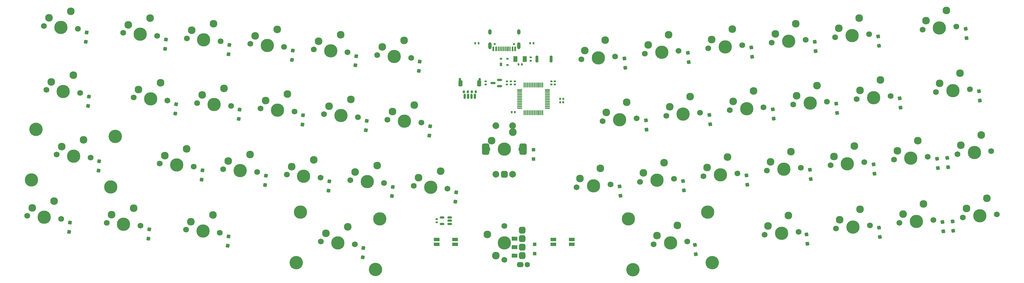
<source format=gbr>
%TF.GenerationSoftware,KiCad,Pcbnew,(7.0.0)*%
%TF.CreationDate,2024-04-20T20:10:29+02:00*%
%TF.ProjectId,Arrowhead,4172726f-7768-4656-9164-2e6b69636164,rev?*%
%TF.SameCoordinates,Original*%
%TF.FileFunction,Soldermask,Bot*%
%TF.FilePolarity,Negative*%
%FSLAX46Y46*%
G04 Gerber Fmt 4.6, Leading zero omitted, Abs format (unit mm)*
G04 Created by KiCad (PCBNEW (7.0.0)) date 2024-04-20 20:10:29*
%MOMM*%
%LPD*%
G01*
G04 APERTURE LIST*
G04 Aperture macros list*
%AMRoundRect*
0 Rectangle with rounded corners*
0 $1 Rounding radius*
0 $2 $3 $4 $5 $6 $7 $8 $9 X,Y pos of 4 corners*
0 Add a 4 corners polygon primitive as box body*
4,1,4,$2,$3,$4,$5,$6,$7,$8,$9,$2,$3,0*
0 Add four circle primitives for the rounded corners*
1,1,$1+$1,$2,$3*
1,1,$1+$1,$4,$5*
1,1,$1+$1,$6,$7*
1,1,$1+$1,$8,$9*
0 Add four rect primitives between the rounded corners*
20,1,$1+$1,$2,$3,$4,$5,0*
20,1,$1+$1,$4,$5,$6,$7,0*
20,1,$1+$1,$6,$7,$8,$9,0*
20,1,$1+$1,$8,$9,$2,$3,0*%
%AMFreePoly0*
4,1,6,0.600000,-0.250000,-0.600000,-0.250000,-0.600000,1.000000,0.000000,0.400000,0.600000,1.000000,0.600000,-0.250000,0.600000,-0.250000,$1*%
%AMFreePoly1*
4,1,6,0.600000,0.200000,0.000000,-0.400000,-0.600000,0.200000,-0.600000,0.400000,0.600000,0.400000,0.600000,0.200000,0.600000,0.200000,$1*%
G04 Aperture macros list end*
%ADD10C,0.100000*%
%ADD11O,2.100000X1.600000*%
%ADD12FreePoly0,270.000000*%
%ADD13FreePoly1,270.000000*%
%ADD14C,1.600000*%
%ADD15C,1.750000*%
%ADD16C,3.987800*%
%ADD17C,2.300000*%
%ADD18C,4.000000*%
%ADD19C,2.000000*%
%ADD20RoundRect,0.500000X0.500000X-0.500000X0.500000X0.500000X-0.500000X0.500000X-0.500000X-0.500000X0*%
%ADD21RoundRect,0.550000X0.550000X-1.150000X0.550000X1.150000X-0.550000X1.150000X-0.550000X-1.150000X0*%
%ADD22RoundRect,0.150000X0.587500X0.150000X-0.587500X0.150000X-0.587500X-0.150000X0.587500X-0.150000X0*%
%ADD23RoundRect,0.250000X0.272712X-0.325005X0.325005X0.272712X-0.272712X0.325005X-0.325005X-0.272712X0*%
%ADD24RoundRect,0.140000X0.140000X0.170000X-0.140000X0.170000X-0.140000X-0.170000X0.140000X-0.170000X0*%
%ADD25RoundRect,0.250000X-0.375000X-0.625000X0.375000X-0.625000X0.375000X0.625000X-0.375000X0.625000X0*%
%ADD26RoundRect,0.140000X-0.140000X-0.170000X0.140000X-0.170000X0.140000X0.170000X-0.140000X0.170000X0*%
%ADD27RoundRect,0.250000X0.325005X-0.272712X0.272712X0.325005X-0.325005X0.272712X-0.272712X-0.325005X0*%
%ADD28RoundRect,0.200000X0.200000X0.800000X-0.200000X0.800000X-0.200000X-0.800000X0.200000X-0.800000X0*%
%ADD29RoundRect,0.140000X0.170000X-0.140000X0.170000X0.140000X-0.170000X0.140000X-0.170000X-0.140000X0*%
%ADD30RoundRect,0.140000X-0.170000X0.140000X-0.170000X-0.140000X0.170000X-0.140000X0.170000X0.140000X0*%
%ADD31RoundRect,0.150000X0.512500X0.150000X-0.512500X0.150000X-0.512500X-0.150000X0.512500X-0.150000X0*%
%ADD32RoundRect,0.250000X0.300000X-0.300000X0.300000X0.300000X-0.300000X0.300000X-0.300000X-0.300000X0*%
%ADD33RoundRect,0.135000X-0.135000X-0.185000X0.135000X-0.185000X0.135000X0.185000X-0.135000X0.185000X0*%
%ADD34R,1.700000X1.000000*%
%ADD35RoundRect,0.150000X-0.150000X-0.625000X0.150000X-0.625000X0.150000X0.625000X-0.150000X0.625000X0*%
%ADD36RoundRect,0.250000X-0.350000X-0.650000X0.350000X-0.650000X0.350000X0.650000X-0.350000X0.650000X0*%
%ADD37RoundRect,0.150000X-0.150000X-0.275000X0.150000X-0.275000X0.150000X0.275000X-0.150000X0.275000X0*%
%ADD38RoundRect,0.175000X-0.175000X-0.225000X0.175000X-0.225000X0.175000X0.225000X-0.175000X0.225000X0*%
%ADD39C,0.650000*%
%ADD40R,0.600000X1.450000*%
%ADD41R,0.300000X1.450000*%
%ADD42O,1.000000X1.600000*%
%ADD43O,1.000000X2.100000*%
%ADD44R,0.700000X1.000000*%
%ADD45R,0.700000X0.600000*%
%ADD46RoundRect,0.135000X0.185000X-0.135000X0.185000X0.135000X-0.185000X0.135000X-0.185000X-0.135000X0*%
%ADD47RoundRect,0.075000X0.662500X0.075000X-0.662500X0.075000X-0.662500X-0.075000X0.662500X-0.075000X0*%
%ADD48RoundRect,0.075000X0.075000X0.662500X-0.075000X0.662500X-0.075000X-0.662500X0.075000X-0.662500X0*%
G04 APERTURE END LIST*
%TO.C,EN1*%
G36*
X184729000Y-103830500D02*
G01*
X183713000Y-103830500D01*
X183713000Y-102814500D01*
X184729000Y-102814500D01*
X184729000Y-103830500D01*
G37*
D10*
X184729000Y-103830500D02*
X183713000Y-103830500D01*
X183713000Y-102814500D01*
X184729000Y-102814500D01*
X184729000Y-103830500D01*
G36*
X184729000Y-101290500D02*
G01*
X183713000Y-101290500D01*
X183713000Y-100274500D01*
X184729000Y-100274500D01*
X184729000Y-101290500D01*
G37*
X184729000Y-101290500D02*
X183713000Y-101290500D01*
X183713000Y-100274500D01*
X184729000Y-100274500D01*
X184729000Y-101290500D01*
G36*
X184729000Y-98750500D02*
G01*
X183713000Y-98750500D01*
X183713000Y-97734500D01*
X184729000Y-97734500D01*
X184729000Y-98750500D01*
G37*
X184729000Y-98750500D02*
X183713000Y-98750500D01*
X183713000Y-97734500D01*
X184729000Y-97734500D01*
X184729000Y-98750500D01*
%TD*%
D11*
%TO.C,EN1*%
X186349999Y-103584499D03*
D12*
X183459000Y-103322500D03*
D13*
X184475000Y-103322500D03*
D11*
X186349999Y-103060499D03*
X186349999Y-101044499D03*
D12*
X183459000Y-100782500D03*
D13*
X184475000Y-100782500D03*
D11*
X186349999Y-100520499D03*
X186349999Y-98504499D03*
D12*
X183459000Y-98242500D03*
D13*
X184475000Y-98242500D03*
D11*
X186349999Y-97980499D03*
D14*
X187825000Y-106060500D03*
D11*
X185724999Y-106060499D03*
X186349999Y-95964499D03*
X186349999Y-95440499D03*
%TD*%
D15*
%TO.C,MX45*%
X299139374Y-93545516D03*
D16*
X304200043Y-93102765D03*
D15*
X309260712Y-92660014D03*
D17*
X300183166Y-90904494D03*
X306287626Y-87820720D03*
%TD*%
D15*
%TO.C,MX26*%
X77992466Y-75757901D03*
D16*
X83053135Y-76200652D03*
D15*
X88113804Y-76643403D03*
D17*
X79479009Y-73338254D03*
X86026221Y-71361359D03*
%TD*%
D15*
%TO.C,MX6*%
X142990004Y-43198913D03*
D16*
X148050673Y-43641664D03*
D15*
X153111342Y-44084415D03*
D17*
X144476547Y-40779266D03*
X151023759Y-38802371D03*
%TD*%
D15*
%TO.C,MX38*%
X62099017Y-93490172D03*
D16*
X67159686Y-93932923D03*
D15*
X72220355Y-94375674D03*
D17*
X63585560Y-91070525D03*
X70132772Y-89093630D03*
%TD*%
D15*
%TO.C,MX31*%
X202591512Y-82869591D03*
D16*
X207652181Y-82426840D03*
D15*
X212712850Y-81984089D03*
D17*
X203635304Y-80228569D03*
X209739764Y-77144795D03*
%TD*%
D15*
%TO.C,MX41*%
X175895000Y-71437500D03*
D16*
X180975000Y-71437500D03*
D15*
X186055000Y-71437500D03*
D17*
X177165000Y-68897500D03*
X183515000Y-66357500D03*
%TD*%
D15*
%TO.C,MX22*%
X267352476Y-58080973D03*
D16*
X272413145Y-57638222D03*
D15*
X277473814Y-57195471D03*
D17*
X268396268Y-55439951D03*
X274500728Y-52356177D03*
%TD*%
D15*
%TO.C,MX35*%
X278501548Y-76228324D03*
D16*
X283562217Y-75785573D03*
D15*
X288622886Y-75342822D03*
D17*
X279545340Y-73587302D03*
X285649800Y-70503528D03*
%TD*%
D15*
%TO.C,MX19*%
X210419949Y-63061924D03*
D16*
X215480618Y-62619173D03*
D15*
X220541287Y-62176422D03*
D17*
X211463741Y-60420902D03*
X217568201Y-57337128D03*
%TD*%
D15*
%TO.C,MX23*%
X286329985Y-56420656D03*
D16*
X291390654Y-55977905D03*
D15*
X296451323Y-55535154D03*
D17*
X287373777Y-53779634D03*
X293478237Y-50695860D03*
%TD*%
D15*
%TO.C,MX46*%
X318116883Y-91885199D03*
D16*
X323177552Y-91442448D03*
D15*
X328238221Y-90999697D03*
D17*
X319160675Y-89244177D03*
X325265135Y-86160403D03*
%TD*%
D15*
%TO.C,MX48*%
X180975000Y-104592500D03*
D16*
X180975000Y-99512500D03*
D15*
X180975000Y-94432500D03*
D17*
X178435000Y-103322500D03*
X175895000Y-96972500D03*
%TD*%
D15*
%TO.C,MX8*%
X222992764Y-42839177D03*
D16*
X228053433Y-42396426D03*
D15*
X233114102Y-41953675D03*
D17*
X224036556Y-40198155D03*
X230141016Y-37114381D03*
%TD*%
D15*
%TO.C,MX5*%
X124012495Y-41538596D03*
D16*
X129073164Y-41981347D03*
D15*
X134133833Y-42424098D03*
D17*
X125499038Y-39118949D03*
X132046250Y-37142054D03*
%TD*%
D15*
%TO.C,MX11*%
X279925291Y-37858226D03*
D16*
X284985960Y-37415475D03*
D15*
X290046629Y-36972724D03*
D17*
X280969083Y-35217204D03*
X287073543Y-32133430D03*
%TD*%
D15*
%TO.C,MX43*%
X258812992Y-97077125D03*
D16*
X263873661Y-96634374D03*
D15*
X268934330Y-96191623D03*
D17*
X259856784Y-94436103D03*
X265961244Y-91352329D03*
%TD*%
D15*
%TO.C,MX33*%
X240546530Y-79548957D03*
D16*
X245607199Y-79106206D03*
D15*
X250667868Y-78663455D03*
D17*
X241590322Y-76907935D03*
X247694782Y-73824161D03*
%TD*%
D15*
%TO.C,MX32*%
X221569021Y-81209274D03*
D16*
X226629690Y-80766523D03*
D15*
X231690359Y-80323772D03*
D17*
X222612813Y-78568252D03*
X228717273Y-75484478D03*
%TD*%
D15*
%TO.C,MX4*%
X105034986Y-39878279D03*
D16*
X110095655Y-40321030D03*
D15*
X115156324Y-40763781D03*
D17*
X106521529Y-37458632D03*
X113068741Y-35481737D03*
%TD*%
D15*
%TO.C,MX34*%
X259524039Y-77888640D03*
D16*
X264584708Y-77445889D03*
D15*
X269645377Y-77003138D03*
D17*
X260567831Y-75247618D03*
X266672291Y-72163844D03*
%TD*%
D15*
%TO.C,MX12*%
X306019366Y-35575291D03*
D16*
X311080035Y-35132540D03*
D15*
X316140704Y-34689789D03*
D17*
X307063158Y-32934269D03*
X313167618Y-29850495D03*
%TD*%
D15*
%TO.C,MX27*%
X96969975Y-77418218D03*
D16*
X102030644Y-77860969D03*
D15*
X107091313Y-78303720D03*
D17*
X98456518Y-74998571D03*
X105003730Y-73021676D03*
%TD*%
D15*
%TO.C,MX20*%
X229397458Y-61401607D03*
D16*
X234458127Y-60958856D03*
D15*
X239518796Y-60516105D03*
D17*
X230441250Y-58760585D03*
X236545710Y-55676811D03*
%TD*%
D15*
%TO.C,MX14*%
X70164028Y-55950233D03*
D16*
X75224697Y-56392984D03*
D15*
X80285366Y-56835735D03*
D17*
X71650571Y-53530586D03*
X78197783Y-51553691D03*
%TD*%
D15*
%TO.C,MX1*%
X43358081Y-34482249D03*
D16*
X48418750Y-34925000D03*
D15*
X53479419Y-35367751D03*
D17*
X44844624Y-32062602D03*
X51391836Y-30085707D03*
%TD*%
D15*
%TO.C,MX21*%
X248374967Y-59741290D03*
D16*
X253435636Y-59298539D03*
D15*
X258496305Y-58855788D03*
D17*
X249418759Y-57100268D03*
X255523219Y-54016494D03*
%TD*%
D15*
%TO.C,MX28*%
X115947484Y-79078535D03*
D16*
X121008153Y-79521286D03*
D15*
X126068822Y-79964037D03*
D17*
X117434027Y-76658888D03*
X123981239Y-74681993D03*
%TD*%
D18*
%TO.C,S3*%
X40962522Y-65506519D03*
D16*
X39634268Y-80688526D03*
D18*
X64684408Y-67581915D03*
D16*
X63356154Y-82763922D03*
%TD*%
D19*
%TO.C,SW1*%
X178475000Y-78937500D03*
X183475000Y-78937500D03*
D20*
X180975000Y-78937500D03*
D21*
X175375000Y-71437500D03*
X186575000Y-71437500D03*
D19*
X183475000Y-64437500D03*
X178475000Y-64437500D03*
%TD*%
D15*
%TO.C,MX9*%
X241970273Y-41178860D03*
D16*
X247030942Y-40736109D03*
D15*
X252091611Y-40293358D03*
D17*
X243014065Y-38537838D03*
X249118525Y-35454064D03*
%TD*%
D15*
%TO.C,MX7*%
X204015255Y-44499494D03*
D16*
X209075924Y-44056743D03*
D15*
X214136593Y-43613992D03*
D17*
X205059047Y-41858472D03*
X211163507Y-38774698D03*
%TD*%
D15*
%TO.C,MX30*%
X153902502Y-82399168D03*
D16*
X158963171Y-82841919D03*
D15*
X164023840Y-83284670D03*
D17*
X155389045Y-79979521D03*
X161936257Y-78002626D03*
%TD*%
D15*
%TO.C,MX44*%
X280161865Y-95205833D03*
D16*
X285222534Y-94763082D03*
D15*
X290283203Y-94320331D03*
D17*
X281205657Y-92564811D03*
X287310117Y-89481037D03*
%TD*%
D15*
%TO.C,MX39*%
X85820903Y-95565568D03*
D16*
X90881572Y-96008319D03*
D15*
X95942241Y-96451070D03*
D17*
X87307446Y-93145921D03*
X93854658Y-91169026D03*
%TD*%
D15*
%TO.C,MX13*%
X44069953Y-53667298D03*
D16*
X49130622Y-54110049D03*
D15*
X54191291Y-54552800D03*
D17*
X45556496Y-51247651D03*
X52103708Y-49270756D03*
%TD*%
D15*
%TO.C,MX3*%
X86057477Y-38217962D03*
D16*
X91118146Y-38660713D03*
D15*
X96178815Y-39103464D03*
D17*
X87544020Y-35798315D03*
X94091232Y-33821420D03*
%TD*%
D15*
%TO.C,MX47*%
X316456566Y-72907690D03*
D16*
X321517235Y-72464939D03*
D15*
X326577904Y-72022188D03*
D17*
X317500358Y-70266668D03*
X323604818Y-67182894D03*
%TD*%
D15*
%TO.C,MX29*%
X134924993Y-80738851D03*
D16*
X139985662Y-81181602D03*
D15*
X145046331Y-81624353D03*
D17*
X136411536Y-78319204D03*
X142958748Y-76342309D03*
%TD*%
D15*
%TO.C,MX24*%
X310051872Y-54345260D03*
D16*
X315112541Y-53902509D03*
D15*
X320173210Y-53459758D03*
D17*
X311095664Y-51704238D03*
X317200124Y-48620464D03*
%TD*%
D15*
%TO.C,MX40*%
X126148110Y-99093742D03*
D16*
X131208779Y-99536493D03*
D15*
X136269448Y-99979244D03*
D17*
X127634653Y-96674095D03*
X134181865Y-94697200D03*
%TD*%
D15*
%TO.C,MX36*%
X297479057Y-74568007D03*
D16*
X302539726Y-74125256D03*
D15*
X307600395Y-73682505D03*
D17*
X298522849Y-71926985D03*
X304627309Y-68843211D03*
%TD*%
D15*
%TO.C,MX10*%
X260947782Y-39518543D03*
D16*
X266008451Y-39075792D03*
D15*
X271069120Y-38633041D03*
D17*
X261991574Y-36877521D03*
X268096034Y-33793747D03*
%TD*%
D15*
%TO.C,MX15*%
X89141537Y-57610550D03*
D16*
X94202206Y-58053301D03*
D15*
X99262875Y-58496052D03*
D17*
X90628080Y-55190903D03*
X97175292Y-53214008D03*
%TD*%
D15*
%TO.C,MX18*%
X146074064Y-62591501D03*
D16*
X151134733Y-63034252D03*
D15*
X156195402Y-63477003D03*
D17*
X147560607Y-60171854D03*
X154107819Y-58194959D03*
%TD*%
D18*
%TO.C,S1*%
X142460939Y-107532611D03*
D16*
X143789193Y-92350604D03*
D18*
X118739053Y-105457215D03*
D16*
X120067307Y-90275208D03*
%TD*%
D15*
%TO.C,MX17*%
X127096555Y-60931184D03*
D16*
X132157224Y-61373935D03*
D15*
X137217893Y-61816686D03*
D17*
X128583098Y-58511537D03*
X135130310Y-56534642D03*
%TD*%
D15*
%TO.C,MX25*%
X47154013Y-73059886D03*
D16*
X52214682Y-73502637D03*
D15*
X57275351Y-73945388D03*
D17*
X48640556Y-70640239D03*
X55187768Y-68663344D03*
%TD*%
D15*
%TO.C,MX2*%
X67079968Y-36557645D03*
D16*
X72140637Y-37000396D03*
D15*
X77201306Y-37443147D03*
D17*
X68566511Y-34137998D03*
X75113723Y-32161103D03*
%TD*%
D18*
%TO.C,S2*%
X243130150Y-105457777D03*
D16*
X241801896Y-90275770D03*
D18*
X219408264Y-107533173D03*
D16*
X218080010Y-92351166D03*
%TD*%
D15*
%TO.C,MX16*%
X108119046Y-59270867D03*
D16*
X113179715Y-59713618D03*
D15*
X118240384Y-60156369D03*
D17*
X109605589Y-56851220D03*
X116152801Y-54874325D03*
%TD*%
D15*
%TO.C,MX42*%
X225599755Y-99979806D03*
D16*
X230660424Y-99537055D03*
D15*
X235721093Y-99094304D03*
D17*
X226643547Y-97338784D03*
X232748007Y-94255010D03*
%TD*%
D15*
%TO.C,MX37*%
X38377131Y-91414776D03*
D16*
X43437800Y-91857527D03*
D15*
X48498469Y-92300278D03*
D17*
X39863674Y-88995129D03*
X46410886Y-87018234D03*
%TD*%
D22*
%TO.C,U3*%
X179531250Y-50643750D03*
X179531250Y-52543750D03*
X177656250Y-51593750D03*
%TD*%
D23*
%TO.C,D15*%
X101621432Y-62389688D03*
X101865468Y-59600342D03*
%TD*%
%TO.C,D38*%
X74578912Y-98269310D03*
X74822948Y-95479964D03*
%TD*%
D24*
%TO.C,C2*%
X184150000Y-60325000D03*
X183190000Y-60325000D03*
%TD*%
D25*
%TO.C,F1*%
X184337500Y-44450000D03*
X187137500Y-44450000D03*
%TD*%
D23*
%TO.C,D27*%
X109449870Y-82197356D03*
X109693906Y-79408010D03*
%TD*%
D26*
%TO.C,C8*%
X197643750Y-56356250D03*
X198603750Y-56356250D03*
%TD*%
D27*
%TO.C,D34*%
X272644225Y-80428062D03*
X272400189Y-77638716D03*
%TD*%
D23*
%TO.C,D30*%
X166382397Y-87178306D03*
X166626433Y-84388960D03*
%TD*%
D28*
%TO.C,SW2*%
X194981250Y-44450000D03*
X190781250Y-44450000D03*
%TD*%
D29*
%TO.C,C5*%
X184150000Y-52073750D03*
X184150000Y-51113750D03*
%TD*%
D23*
%TO.C,D40*%
X138628005Y-103872879D03*
X138872041Y-101083533D03*
%TD*%
D30*
%TO.C,C9*%
X175418750Y-51113750D03*
X175418750Y-52073750D03*
%TD*%
D31*
%TO.C,U4*%
X164650000Y-91918750D03*
X164650000Y-92868750D03*
X164650000Y-93818750D03*
X162375000Y-93818750D03*
X162375000Y-91918750D03*
%TD*%
D27*
%TO.C,D36*%
X310599243Y-77107428D03*
X310355207Y-74318082D03*
%TD*%
D23*
%TO.C,D29*%
X147404888Y-85517989D03*
X147648924Y-82728643D03*
%TD*%
D27*
%TO.C,D7*%
X217135441Y-47038915D03*
X216891405Y-44249569D03*
%TD*%
%TO.C,D20*%
X242517645Y-63941028D03*
X242273609Y-61151682D03*
%TD*%
%TO.C,D43*%
X271584518Y-99819673D03*
X271340482Y-97030327D03*
%TD*%
%TO.C,D21*%
X261495154Y-62280711D03*
X261251118Y-59491365D03*
%TD*%
D32*
%TO.C,D48*%
X190048500Y-102772500D03*
X190048500Y-99972500D03*
%TD*%
D23*
%TO.C,D17*%
X139576450Y-65710322D03*
X139820486Y-62920976D03*
%TD*%
D26*
%TO.C,C3*%
X197643750Y-57350000D03*
X198603750Y-57350000D03*
%TD*%
D23*
%TO.C,D13*%
X56549849Y-58446435D03*
X56793885Y-55657089D03*
%TD*%
D27*
%TO.C,D22*%
X280472663Y-60620394D03*
X280228627Y-57831048D03*
%TD*%
D23*
%TO.C,D2*%
X79559863Y-41336783D03*
X79803899Y-38547437D03*
%TD*%
%TO.C,D4*%
X117514881Y-44657417D03*
X117758917Y-41868071D03*
%TD*%
D27*
%TO.C,D42*%
X238247018Y-102933744D03*
X238002982Y-100144398D03*
%TD*%
D23*
%TO.C,D16*%
X120598941Y-64050005D03*
X120842977Y-61260659D03*
%TD*%
D27*
%TO.C,D47*%
X313653268Y-76800923D03*
X313409232Y-74011577D03*
%TD*%
%TO.C,D32*%
X234689207Y-83748696D03*
X234445171Y-80959350D03*
%TD*%
D23*
%TO.C,D6*%
X155469899Y-47978051D03*
X155713935Y-45188705D03*
%TD*%
%TO.C,D37*%
X50857026Y-96193914D03*
X51101062Y-93404568D03*
%TD*%
%TO.C,D26*%
X90472361Y-80537039D03*
X90716397Y-77747693D03*
%TD*%
D29*
%TO.C,C4*%
X196056250Y-52073750D03*
X196056250Y-51113750D03*
%TD*%
D27*
%TO.C,D23*%
X299450172Y-58960077D03*
X299206136Y-56170731D03*
%TD*%
D29*
%TO.C,C10*%
X181768750Y-52073750D03*
X181768750Y-51113750D03*
%TD*%
D27*
%TO.C,D46*%
X315240768Y-95850923D03*
X314996732Y-93061577D03*
%TD*%
D23*
%TO.C,D28*%
X128427379Y-83857672D03*
X128671415Y-81068326D03*
%TD*%
D33*
%TO.C,R2*%
X188686250Y-39687500D03*
X189706250Y-39687500D03*
%TD*%
D23*
%TO.C,D25*%
X59633909Y-77839024D03*
X59877945Y-75049678D03*
%TD*%
D34*
%TO.C,LED1*%
X166262499Y-99918749D03*
X166262499Y-98518749D03*
X160762499Y-98518749D03*
X160762499Y-99918749D03*
%TD*%
D27*
%TO.C,D33*%
X253666716Y-82088379D03*
X253422680Y-79299033D03*
%TD*%
%TO.C,D35*%
X291621734Y-78767745D03*
X291377698Y-75978399D03*
%TD*%
D23*
%TO.C,D14*%
X82643923Y-60729371D03*
X82887959Y-57940025D03*
%TD*%
D35*
%TO.C,J3*%
X169156250Y-55598750D03*
X170156250Y-55598750D03*
X171156250Y-55598750D03*
X172156250Y-55598750D03*
D36*
X167856250Y-51723750D03*
X173456250Y-51723750D03*
%TD*%
D23*
%TO.C,D3*%
X98537372Y-42997100D03*
X98781408Y-40207754D03*
%TD*%
%TO.C,D18*%
X158553959Y-67370639D03*
X158797995Y-64581293D03*
%TD*%
D27*
%TO.C,D45*%
X312259560Y-96084937D03*
X312015524Y-93295591D03*
%TD*%
D33*
%TO.C,R1*%
X172243750Y-39687500D03*
X173263750Y-39687500D03*
%TD*%
D32*
%TO.C,D41*%
X189706250Y-74425000D03*
X189706250Y-71625000D03*
%TD*%
D37*
%TO.C,J4*%
X168856250Y-54262500D03*
X170056250Y-54262500D03*
X171256250Y-54262500D03*
X172456250Y-54262500D03*
D38*
X167706250Y-50487500D03*
X173606250Y-50487500D03*
%TD*%
D27*
%TO.C,D10*%
X274067968Y-42057964D03*
X273823932Y-39268618D03*
%TD*%
D39*
%TO.C,J1*%
X178085000Y-39906250D03*
X183865000Y-39906250D03*
D40*
X177724999Y-41351249D03*
X178524999Y-41351249D03*
D41*
X179724999Y-41351249D03*
X180724999Y-41351249D03*
X181224999Y-41351249D03*
X182224999Y-41351249D03*
D40*
X183424999Y-41351249D03*
X184224999Y-41351249D03*
X184224999Y-41351249D03*
X183424999Y-41351249D03*
D41*
X182724999Y-41351249D03*
X181724999Y-41351249D03*
X180224999Y-41351249D03*
X179224999Y-41351249D03*
D40*
X178524999Y-41351249D03*
X177724999Y-41351249D03*
D42*
X176654999Y-36256249D03*
D43*
X176654999Y-40436249D03*
D42*
X185294999Y-36256249D03*
D43*
X185294999Y-40436249D03*
%TD*%
D29*
%TO.C,C11*%
X160737500Y-93348750D03*
X160737500Y-92388750D03*
%TD*%
D23*
%TO.C,D5*%
X136492390Y-46317734D03*
X136736426Y-43528388D03*
%TD*%
%TO.C,D1*%
X55837977Y-39261387D03*
X56082013Y-36472041D03*
%TD*%
D44*
%TO.C,U2*%
X179974999Y-45993749D03*
D45*
X179974999Y-44293749D03*
X181974999Y-44293749D03*
X181974999Y-46193749D03*
%TD*%
D27*
%TO.C,D31*%
X215711698Y-85409012D03*
X215467662Y-82619666D03*
%TD*%
%TO.C,D9*%
X255090459Y-43718281D03*
X254846423Y-40928935D03*
%TD*%
D46*
%TO.C,R3*%
X188912500Y-44960000D03*
X188912500Y-43940000D03*
%TD*%
D24*
%TO.C,C1*%
X186217500Y-46037500D03*
X185257500Y-46037500D03*
%TD*%
D23*
%TO.C,D39*%
X98300799Y-100344706D03*
X98544835Y-97555360D03*
%TD*%
D47*
%TO.C,U1*%
X193868750Y-53606250D03*
X193868750Y-54106250D03*
X193868750Y-54606250D03*
X193868750Y-55106250D03*
X193868750Y-55606250D03*
X193868750Y-56106250D03*
X193868750Y-56606250D03*
X193868750Y-57106250D03*
X193868750Y-57606250D03*
X193868750Y-58106250D03*
X193868750Y-58606250D03*
X193868750Y-59106250D03*
D48*
X192456250Y-60518750D03*
X191956250Y-60518750D03*
X191456250Y-60518750D03*
X190956250Y-60518750D03*
X190456250Y-60518750D03*
X189956250Y-60518750D03*
X189456250Y-60518750D03*
X188956250Y-60518750D03*
X188456250Y-60518750D03*
X187956250Y-60518750D03*
X187456250Y-60518750D03*
X186956250Y-60518750D03*
D47*
X185543750Y-59106250D03*
X185543750Y-58606250D03*
X185543750Y-58106250D03*
X185543750Y-57606250D03*
X185543750Y-57106250D03*
X185543750Y-56606250D03*
X185543750Y-56106250D03*
X185543750Y-55606250D03*
X185543750Y-55106250D03*
X185543750Y-54606250D03*
X185543750Y-54106250D03*
X185543750Y-53606250D03*
D48*
X186956250Y-52193750D03*
X187456250Y-52193750D03*
X187956250Y-52193750D03*
X188456250Y-52193750D03*
X188956250Y-52193750D03*
X189456250Y-52193750D03*
X189956250Y-52193750D03*
X190456250Y-52193750D03*
X190956250Y-52193750D03*
X191456250Y-52193750D03*
X191956250Y-52193750D03*
X192456250Y-52193750D03*
%TD*%
D29*
%TO.C,C7*%
X182929419Y-52073750D03*
X182929419Y-51113750D03*
%TD*%
D27*
%TO.C,D8*%
X236112950Y-45378598D03*
X235868914Y-42589252D03*
%TD*%
%TO.C,D12*%
X319139552Y-38114712D03*
X318895516Y-35325366D03*
%TD*%
%TO.C,D19*%
X223540136Y-65601345D03*
X223296100Y-62811999D03*
%TD*%
%TO.C,D24*%
X323172058Y-56884681D03*
X322928022Y-54095335D03*
%TD*%
D29*
%TO.C,C6*%
X195062500Y-52073750D03*
X195062500Y-51113750D03*
%TD*%
D34*
%TO.C,LED2*%
X201187499Y-99918749D03*
X201187499Y-98518749D03*
X195687499Y-98518749D03*
X195687499Y-99918749D03*
%TD*%
D27*
%TO.C,D11*%
X293045477Y-40397648D03*
X292801441Y-37608302D03*
%TD*%
%TO.C,D44*%
X293282051Y-97745254D03*
X293038015Y-94955908D03*
%TD*%
M02*

</source>
